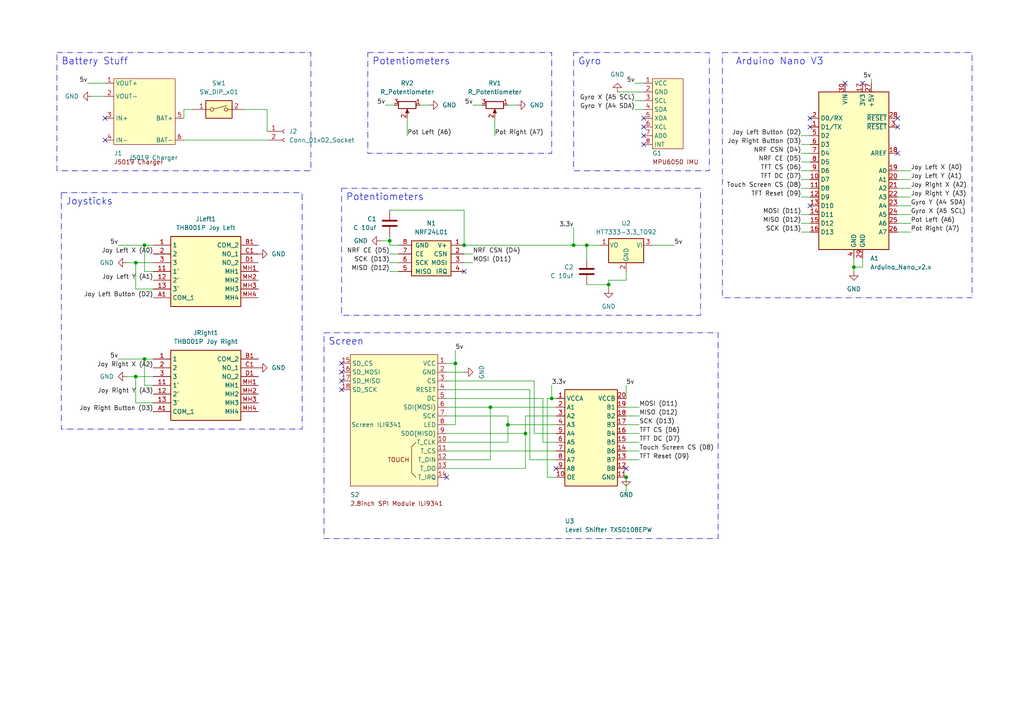
<source format=kicad_sch>
(kicad_sch (version 20230121) (generator eeschema)
  (paper "A4")
  (lib_symbols
    (symbol "Connector:Conn_01x02_Socket" (pin_names (offset 1.016) hide)
      (property "Reference" "J" (at 0 2.54 0))
      (property "Value" "Conn_01x02_Socket" (at 0 -5.08 0))
      (symbol "Conn_01x02_Socket_1_1"
        (arc (start 0 -2.032) (mid -0.5058 -2.54) (end 0 -3.048) (stroke (width 0.1524)))
        (polyline (pts (xy -1.27 -2.54) (xy -0.508 -2.54)) (stroke (width 0.1524)))
        (polyline (pts (xy -1.27 0) (xy -0.508 0)) (stroke (width 0.1524)))
        (arc (start 0 0.508) (mid -0.5058 0) (end 0 -0.508) (stroke (width 0.1524)))
        (pin passive line (at -5.08 0 0) (length 3.81) (name "Pin_1") (number "1"))
        (pin passive line (at -5.08 -2.54 0) (length 3.81) (name "Pin_2") (number "2"))
      )
    )
    (symbol "Connector_Generic:Conn_02x04_Counter_Clockwise" (pin_names (offset 1.016))
      (property "Reference" "N1" (at 4.445 8.89 0))
      (property "Value" "NRF24L01" (at 4.445 6.35 0))
      (symbol "Conn_02x04_Counter_Clockwise_1_1"
        (rectangle (start -1.27 3.81) (end 10.16 -6.35) (stroke (width 0.254)) (fill (type background)))
        (pin power_in line (at -5.08 2.54 0) (length 3.81) (name "V+") (number "1"))
        (pin input line (at -5.08 0 0) (length 3.81) (name "CSN") (number "2"))
        (pin input line (at -5.08 -2.54 0) (length 3.81) (name "MOSI") (number "3"))
        (pin input line (at -5.08 -5.08 0) (length 3.81) (name "IRQ") (number "4"))
        (pin input line (at 13.97 -5.08 180) (length 3.81) (name "MISO") (number "5"))
        (pin input line (at 13.97 -2.54 180) (length 3.81) (name "SCK") (number "6"))
        (pin input line (at 13.97 0 180) (length 3.81) (name "CE") (number "7"))
        (pin power_out line (at 13.97 2.54 180) (length 3.81) (name "GND") (number "8"))
      )
    )
    (symbol "Device:C" (pin_numbers hide) (pin_names (offset 0.254))
      (property "Reference" "C" (at 0.635 2.54 0))
      (property "Value" "C" (at 0.635 -2.54 0))
      (symbol "C_0_1"
        (polyline (pts (xy -2.032 -0.762) (xy 2.032 -0.762)) (stroke (width 0.508)))
        (polyline (pts (xy -2.032 0.762) (xy 2.032 0.762)) (stroke (width 0.508)))
      )
      (symbol "C_1_1"
        (pin passive line (at 0 3.81 270) (length 2.794) (name "~") (number "1"))
        (pin passive line (at 0 -3.81 90) (length 2.794) (name "~") (number "2"))
      )
    )
    (symbol "Device:R_Potentiometer" (pin_names (offset 1.016) hide)
      (property "Reference" "RV" (at -4.445 0 90))
      (property "Value" "R_Potentiometer" (at -2.54 0 90))
      (symbol "R_Potentiometer_0_1"
        (polyline (pts (xy 2.54 0) (xy 1.524 0)))
        (polyline (pts (xy 1.143 0) (xy 2.286 0.508) (xy 2.286 -0.508) (xy 1.143 0)) (fill (type outline)))
        (rectangle (start 1.016 2.54) (end -1.016 -2.54) (stroke (width 0.254)))
      )
      (symbol "R_Potentiometer_1_1"
        (pin passive line (at 0 3.81 270) (length 1.27) (name "1") (number "1"))
        (pin passive line (at 3.81 0 180) (length 1.27) (name "2") (number "2"))
        (pin passive line (at 0 -3.81 90) (length 1.27) (name "3") (number "3"))
      )
    )
    (symbol "Logic_LevelTranslator:TXS0108EPW"
      (property "Reference" "U3" (at -7.62 -25.4 0))
      (property "Value" "Level Shifter TXS0108EPW" (at -7.62 -27.94 0))
      (symbol "TXS0108EPW_0_1"
        (rectangle (start -7.62 12.7) (end 7.62 -15.24) (stroke (width 0.254)) (fill (type background)))
      )
      (symbol "TXS0108EPW_1_1"
        (pin power_in line (at -10.16 10.16 0) (length 2.54) (name "VCCA") (number "1"))
        (pin input line (at -10.16 -12.7 0) (length 2.54) (name "OE") (number "10"))
        (pin power_in line (at 10.16 -12.7 180) (length 2.54) (name "GND") (number "11"))
        (pin bidirectional line (at 10.16 -10.16 180) (length 2.54) (name "B8") (number "12"))
        (pin bidirectional line (at 10.16 -7.62 180) (length 2.54) (name "B7") (number "13"))
        (pin bidirectional line (at 10.16 -5.08 180) (length 2.54) (name "B6") (number "14"))
        (pin bidirectional line (at 10.16 -2.54 180) (length 2.54) (name "B5") (number "15"))
        (pin bidirectional line (at 10.16 0 180) (length 2.54) (name "B4") (number "16"))
        (pin bidirectional line (at 10.16 2.54 180) (length 2.54) (name "B3") (number "17"))
        (pin bidirectional line (at 10.16 5.08 180) (length 2.54) (name "B2") (number "18"))
        (pin bidirectional line (at 10.16 7.62 180) (length 2.54) (name "B1") (number "19"))
        (pin bidirectional line (at -10.16 7.62 0) (length 2.54) (name "A1") (number "2"))
        (pin power_in line (at 10.16 10.16 180) (length 2.54) (name "VCCB") (number "20"))
        (pin bidirectional line (at -10.16 5.08 0) (length 2.54) (name "A2") (number "3"))
        (pin bidirectional line (at -10.16 2.54 0) (length 2.54) (name "A3") (number "4"))
        (pin bidirectional line (at -10.16 0 0) (length 2.54) (name "A4") (number "5"))
        (pin bidirectional line (at -10.16 -2.54 0) (length 2.54) (name "A5") (number "6"))
        (pin bidirectional line (at -10.16 -5.08 0) (length 2.54) (name "A6") (number "7"))
        (pin bidirectional line (at -10.16 -7.62 0) (length 2.54) (name "A7") (number "8"))
        (pin bidirectional line (at -10.16 -10.16 0) (length 2.54) (name "A8") (number "9"))
      )
    )
    (symbol "MCU_Module:Arduino_Nano_v2.x"
      (property "Reference" "A1" (at 4.7341 -25.4 0))
      (property "Value" "Arduino_Nano_v2.x" (at 4.7341 -27.94 0))
      (symbol "Arduino_Nano_v2.x_0_1"
        (rectangle (start -10.16 22.86) (end 10.16 -22.86) (stroke (width 0.254)) (fill (type background)))
      )
      (symbol "Arduino_Nano_v2.x_1_1"
        (pin bidirectional line (at -12.7 12.7 0) (length 2.54) (name "D1/TX") (number "1"))
        (pin bidirectional line (at -12.7 -2.54 0) (length 2.54) (name "D7") (number "10"))
        (pin bidirectional line (at -12.7 -5.08 0) (length 2.54) (name "D8") (number "11"))
        (pin bidirectional line (at -12.7 -7.62 0) (length 2.54) (name "D9") (number "12"))
        (pin bidirectional line (at -12.7 -10.16 0) (length 2.54) (name "D10") (number "13"))
        (pin bidirectional line (at -12.7 -12.7 0) (length 2.54) (name "D11") (number "14"))
        (pin bidirectional line (at -12.7 -15.24 0) (length 2.54) (name "D12") (number "15"))
        (pin bidirectional line (at -12.7 -17.78 0) (length 2.54) (name "D13") (number "16"))
        (pin power_out line (at 2.54 25.4 270) (length 2.54) (name "3V3") (number "17"))
        (pin input line (at 12.7 5.08 180) (length 2.54) (name "AREF") (number "18"))
        (pin bidirectional line (at 12.7 0 180) (length 2.54) (name "A0") (number "19"))
        (pin bidirectional line (at -12.7 15.24 0) (length 2.54) (name "D0/RX") (number "2"))
        (pin bidirectional line (at 12.7 -2.54 180) (length 2.54) (name "A1") (number "20"))
        (pin bidirectional line (at 12.7 -5.08 180) (length 2.54) (name "A2") (number "21"))
        (pin bidirectional line (at 12.7 -7.62 180) (length 2.54) (name "A3") (number "22"))
        (pin bidirectional line (at 12.7 -10.16 180) (length 2.54) (name "A4") (number "23"))
        (pin bidirectional line (at 12.7 -12.7 180) (length 2.54) (name "A5") (number "24"))
        (pin bidirectional line (at 12.7 -15.24 180) (length 2.54) (name "A6") (number "25"))
        (pin bidirectional line (at 12.7 -17.78 180) (length 2.54) (name "A7") (number "26"))
        (pin power_in line (at 5.08 25.4 270) (length 2.54) (name "+5V") (number "27"))
        (pin input line (at 12.7 15.24 180) (length 2.54) (name "~{RESET}") (number "28"))
        (pin power_in line (at 2.54 -25.4 90) (length 2.54) (name "GND") (number "29"))
        (pin input line (at 12.7 12.7 180) (length 2.54) (name "~{RESET}") (number "3"))
        (pin power_in line (at -2.54 25.4 270) (length 2.54) (name "VIN") (number "30"))
        (pin power_in line (at 0 -25.4 90) (length 2.54) (name "GND") (number "4"))
        (pin bidirectional line (at -12.7 10.16 0) (length 2.54) (name "D2") (number "5"))
        (pin bidirectional line (at -12.7 7.62 0) (length 2.54) (name "D3") (number "6"))
        (pin bidirectional line (at -12.7 5.08 0) (length 2.54) (name "D4") (number "7"))
        (pin bidirectional line (at -12.7 2.54 0) (length 2.54) (name "D5") (number "8"))
        (pin bidirectional line (at -12.7 0 0) (length 2.54) (name "D6") (number "9"))
      )
    )
    (symbol "Modules:2.8inch_SPI_Module_ILI9341"
      (property "Reference" "S2" (at -7.62 -20.32 0))
      (symbol "2.8inch_SPI_Module_ILI9341_1_1"
        (rectangle (start -7.62 20.32) (end 17.78 -17.78) (fill (type background)))
        (polyline (pts (xy 11.43 -15.24) (xy 10.16 -13.97) (xy 10.16 -6.35) (xy 11.43 -5.08)))
        (text "2.8inch SPI Module ILI9341" (at -7.62 -22.86 0) (effects (font (size 1.27 1.27)) (justify left)))
        (text "TOUCH" (at 6.35 -10.16 0) (effects (font (size 1.27 1.27))))
        (pin power_in line (at 20.32 17.78 180) (length 2.54) (name "VCC") (number "1"))
        (pin input line (at 20.32 -5.08 180) (length 2.54) (name "T_CLK") (number "10"))
        (pin input line (at 20.32 -7.62 180) (length 2.54) (name "T_CS") (number "11"))
        (pin input line (at 20.32 -10.16 180) (length 2.54) (name "T_DIN") (number "12"))
        (pin input line (at 20.32 -12.7 180) (length 2.54) (name "T_DO") (number "13"))
        (pin input line (at 20.32 -15.24 180) (length 2.54) (name "T_IRQ") (number "14"))
        (pin output line (at -10.16 17.78 0) (length 2.54) (name "SD_CS") (number "15"))
        (pin output line (at -10.16 15.24 0) (length 2.54) (name "SD_MOSI") (number "16"))
        (pin output line (at -10.16 12.7 0) (length 2.54) (name "SD_MISO") (number "17"))
        (pin output line (at -10.16 10.16 0) (length 2.54) (name "SD_SCK") (number "18"))
        (pin power_in line (at 20.32 15.24 180) (length 2.54) (name "GND") (number "2"))
        (pin input line (at 20.32 12.7 180) (length 2.54) (name "CS") (number "3"))
        (pin input line (at 20.32 10.16 180) (length 2.54) (name "RESET") (number "4"))
        (pin input line (at 20.32 7.62 180) (length 2.54) (name "DC") (number "5"))
        (pin input line (at 20.32 5.08 180) (length 2.54) (name "SDI(MOSI)") (number "6"))
        (pin input line (at 20.32 2.54 180) (length 2.54) (name "SCK") (number "7"))
        (pin input line (at 20.32 0 180) (length 2.54) (name "LED") (number "8"))
        (pin input line (at 20.32 -2.54 180) (length 2.54) (name "SDO(MISO)") (number "9"))
      )
    )
    (symbol "Modules:J5019_Charger"
      (property "Reference" "J1" (at -10.16 1.27 0))
      (property "Value" "~" (at 0 0 0))
      (symbol "J5019_Charger_1_1"
        (rectangle (start -11.43 22.86) (end 6.35 3.81) (fill (type background)))
        (text "J5019 Charger" (at -11.43 -1.27 0) (effects (font (size 1.27 1.27)) (justify left)))
        (pin power_out line (at -13.97 21.59 0) (length 2.54) (name "VOUT+") (number "1"))
        (pin power_out line (at -13.97 17.78 0) (length 2.54) (name "VOUT-") (number "2"))
        (pin power_in line (at -13.97 11.43 0) (length 2.54) (name "IN+") (number "3"))
        (pin power_in line (at -13.97 5.08 0) (length 2.54) (name "IN-") (number "4"))
        (pin power_in line (at 8.89 11.43 180) (length 2.54) (name "BAT+") (number "5"))
        (pin power_in line (at 8.89 5.08 180) (length 2.54) (name "BAT-") (number "6"))
      )
    )
    (symbol "Modules:MPU6050_IMU"
      (property "Reference" "G1" (at -3.81 -10.16 0))
      (property "Value" "~" (at 0 0 0))
      (symbol "MPU6050_IMU_1_1"
        (rectangle (start -3.81 11.43) (end 5.08 -8.89) (fill (type background)))
        (text "MPU6050 IMU" (at -3.81 -12.7 0) (effects (font (size 1.27 1.27)) (justify left)))
        (pin power_in line (at -6.35 10.16 0) (length 2.54) (name "VCC") (number "1"))
        (pin power_in line (at -6.35 7.62 0) (length 2.54) (name "GND") (number "2"))
        (pin output line (at -6.35 5.08 0) (length 2.54) (name "SCL") (number "3"))
        (pin output line (at -6.35 2.54 0) (length 2.54) (name "SDA") (number "4"))
        (pin input line (at -6.35 0 0) (length 2.54) (name "XDA") (number "5"))
        (pin input line (at -6.35 -2.54 0) (length 2.54) (name "XCL") (number "6"))
        (pin input line (at -6.35 -5.08 0) (length 2.54) (name "AD0") (number "7"))
        (pin input line (at -6.35 -7.62 0) (length 2.54) (name "INT") (number "8"))
      )
    )
    (symbol "Regulator_Linear:LM2936-3.3_TO92" (pin_names (offset 0.254))
      (property "Reference" "U" (at -3.81 3.175 0))
      (property "Value" "LM2936-3.3_TO92" (at 0 3.175 0))
      (symbol "LM2936-3.3_TO92_0_1"
        (rectangle (start -5.08 -5.08) (end 5.08 1.905) (stroke (width 0.254)) (fill (type background)))
      )
      (symbol "LM2936-3.3_TO92_1_1"
        (pin power_out line (at 7.62 0 180) (length 2.54) (name "VO") (number "1"))
        (pin power_in line (at 0 -7.62 90) (length 2.54) (name "GND") (number "2"))
        (pin power_in line (at -7.62 0 0) (length 2.54) (name "VI") (number "3"))
      )
    )
    (symbol "Switch:SW_DIP_x01" (pin_names (offset 0) hide)
      (property "Reference" "SW" (at 0 3.81 0))
      (property "Value" "SW_DIP_x01" (at 0 -3.81 0))
      (symbol "SW_DIP_x01_0_0"
        (circle (center -2.032 0) (radius 0.508))
        (polyline (pts (xy -1.524 0.127) (xy 2.3622 1.1684)))
        (circle (center 2.032 0) (radius 0.508))
      )
      (symbol "SW_DIP_x01_0_1"
        (rectangle (start -3.81 2.54) (end 3.81 -2.54) (stroke (width 0.254)) (fill (type background)))
      )
      (symbol "SW_DIP_x01_1_1"
        (pin passive line (at -7.62 0 0) (length 5.08) (name "~") (number "1"))
        (pin passive line (at 7.62 0 180) (length 5.08) (name "~") (number "2"))
      )
    )
    (symbol "THB001P:THB001P"
      (property "Reference" "S" (at 26.67 7.62 0))
      (property "Value" "THB001P" (at 26.67 5.08 0))
      (symbol "THB001P_1_1"
        (rectangle (start 5.08 2.54) (end 25.4 -17.78) (stroke (width 0.254)) (fill (type background)))
        (pin passive line (at 0 0 0) (length 5.08) (name "1") (number "1"))
        (pin passive line (at 0 -7.62 0) (length 5.08) (name "1'") (number "11"))
        (pin passive line (at 0 -10.16 0) (length 5.08) (name "2'") (number "12"))
        (pin passive line (at 0 -12.7 0) (length 5.08) (name "3'") (number "13"))
        (pin passive line (at 0 -2.54 0) (length 5.08) (name "2") (number "2"))
        (pin passive line (at 0 -5.08 0) (length 5.08) (name "3") (number "3"))
        (pin passive line (at 0 -15.24 0) (length 5.08) (name "COM_1") (number "A1"))
        (pin passive line (at 30.48 0 180) (length 5.08) (name "COM_2") (number "B1"))
        (pin passive line (at 30.48 -2.54 180) (length 5.08) (name "NO_1") (number "C1"))
        (pin passive line (at 30.48 -5.08 180) (length 5.08) (name "NO_2") (number "D1"))
        (pin passive line (at 30.48 -7.62 180) (length 5.08) (name "MH1") (number "MH1"))
        (pin passive line (at 30.48 -10.16 180) (length 5.08) (name "MH2") (number "MH2"))
        (pin passive line (at 30.48 -12.7 180) (length 5.08) (name "MH3") (number "MH3"))
        (pin passive line (at 30.48 -15.24 180) (length 5.08) (name "MH4") (number "MH4"))
      )
    )
    (symbol "power:GND" (power) (pin_names (offset 0))
      (property "Value" "GND" (at 0 -3.81 0))
      (symbol "GND_0_1"
        (polyline (pts (xy 0 0) (xy 0 -1.27) (xy 1.27 -1.27) (xy 0 -2.54) (xy -1.27 -1.27) (xy 0 -1.27)))
      )
      (symbol "GND_1_1"
        (pin power_in line (at 0 0 270) (length 0) hide (name "GND") (number "1"))
      )
    )
  )
  (junction (at 147.32 123.19))
  (junction (at 170.18 71.12))
  (junction (at 39.37 76.2))
  (junction (at 181.61 138.43))
  (junction (at 247.65 77.47))
  (junction (at 132.08 105.41))
  (junction (at 176.53 82.55))
  (junction (at 41.91 71.12))
  (junction (at 142.24 118.11))
  (junction (at 166.37 71.12))
  (junction (at 113.03 69.85))
  (junction (at 134.62 71.12))
  (junction (at 39.37 109.22))
  (junction (at 152.4 125.73))
  (junction (at 160.02 115.57))
  (junction (at 41.91 104.14))
  (no_connect (at 30.48 34.29))
  (no_connect (at 181.61 135.89))
  (no_connect (at 30.48 40.64))
  (no_connect (at 260.35 36.83))
  (no_connect (at 186.69 34.29))
  (no_connect (at 234.95 34.29))
  (no_connect (at 245.11 24.13))
  (no_connect (at 234.95 36.83))
  (no_connect (at 129.54 138.43))
  (no_connect (at 260.35 44.45))
  (no_connect (at 186.69 39.37))
  (no_connect (at 186.69 41.91))
  (no_connect (at 260.35 34.29))
  (no_connect (at 99.06 105.41))
  (no_connect (at 99.06 107.95))
  (no_connect (at 161.29 135.89))
  (no_connect (at 134.62 78.74))
  (no_connect (at 99.06 113.03))
  (no_connect (at 234.95 59.69))
  (no_connect (at 250.19 24.13))
  (no_connect (at 99.06 110.49))
  (no_connect (at 186.69 36.83))
  (wire (pts (xy 232.41 62.23) (xy 234.95 62.23)))
  (wire (pts (xy 247.65 77.47) (xy 250.19 77.47)))
  (wire (pts (xy 55.88 31.75) (xy 53.34 31.75)))
  (wire (pts (xy 111.76 30.48) (xy 114.3 30.48)))
  (wire (pts (xy 41.91 104.14) (xy 41.91 111.76)))
  (wire (pts (xy 132.08 101.6) (xy 132.08 105.41)))
  (wire (pts (xy 152.4 120.65) (xy 161.29 120.65)))
  (wire (pts (xy 44.45 83.82) (xy 39.37 83.82)))
  (wire (pts (xy 170.18 71.12) (xy 166.37 71.12)))
  (wire (pts (xy 113.03 69.85) (xy 110.49 69.85)))
  (wire (pts (xy 71.12 31.75) (xy 77.47 31.75)))
  (wire (pts (xy 179.07 26.67) (xy 186.69 26.67)))
  (wire (pts (xy 176.53 82.55) (xy 176.53 81.28)))
  (wire (pts (xy 149.86 30.48) (xy 147.32 30.48)))
  (wire (pts (xy 113.03 68.58) (xy 113.03 69.85)))
  (wire (pts (xy 232.41 52.07) (xy 234.95 52.07)))
  (wire (pts (xy 232.41 57.15) (xy 234.95 57.15)))
  (wire (pts (xy 115.57 71.12) (xy 113.03 71.12)))
  (wire (pts (xy 34.29 71.12) (xy 41.91 71.12)))
  (wire (pts (xy 77.47 40.64) (xy 53.34 40.64)))
  (wire (pts (xy 232.41 39.37) (xy 234.95 39.37)))
  (wire (pts (xy 250.19 74.93) (xy 250.19 77.47)))
  (wire (pts (xy 30.48 27.94) (xy 26.67 27.94)))
  (wire (pts (xy 232.41 54.61) (xy 234.95 54.61)))
  (wire (pts (xy 44.45 111.76) (xy 41.91 111.76)))
  (wire (pts (xy 185.42 125.73) (xy 181.61 125.73)))
  (wire (pts (xy 181.61 81.28) (xy 181.61 78.74)))
  (wire (pts (xy 129.54 135.89) (xy 152.4 135.89)))
  (wire (pts (xy 264.16 67.31) (xy 260.35 67.31)))
  (wire (pts (xy 158.75 115.57) (xy 160.02 115.57)))
  (wire (pts (xy 41.91 104.14) (xy 44.45 104.14)))
  (wire (pts (xy 134.62 107.95) (xy 129.54 107.95)))
  (wire (pts (xy 166.37 71.12) (xy 134.62 71.12)))
  (wire (pts (xy 154.94 110.49) (xy 129.54 110.49)))
  (wire (pts (xy 44.45 116.84) (xy 39.37 116.84)))
  (wire (pts (xy 160.02 111.76) (xy 160.02 115.57)))
  (wire (pts (xy 264.16 49.53) (xy 260.35 49.53)))
  (wire (pts (xy 157.48 128.27) (xy 161.29 128.27)))
  (wire (pts (xy 41.91 71.12) (xy 44.45 71.12)))
  (wire (pts (xy 129.54 130.81) (xy 161.29 130.81)))
  (wire (pts (xy 147.32 123.19) (xy 161.29 123.19)))
  (wire (pts (xy 152.4 125.73) (xy 152.4 120.65)))
  (wire (pts (xy 44.45 78.74) (xy 41.91 78.74)))
  (wire (pts (xy 160.02 115.57) (xy 161.29 115.57)))
  (wire (pts (xy 247.65 78.74) (xy 247.65 77.47)))
  (wire (pts (xy 232.41 67.31) (xy 234.95 67.31)))
  (wire (pts (xy 184.15 31.75) (xy 186.69 31.75)))
  (wire (pts (xy 41.91 71.12) (xy 41.91 78.74)))
  (wire (pts (xy 264.16 64.77) (xy 260.35 64.77)))
  (wire (pts (xy 232.41 49.53) (xy 234.95 49.53)))
  (wire (pts (xy 264.16 52.07) (xy 260.35 52.07)))
  (wire (pts (xy 184.15 29.21) (xy 186.69 29.21)))
  (wire (pts (xy 185.42 130.81) (xy 181.61 130.81)))
  (wire (pts (xy 39.37 76.2) (xy 44.45 76.2)))
  (wire (pts (xy 132.08 105.41) (xy 132.08 123.19)))
  (wire (pts (xy 129.54 128.27) (xy 147.32 128.27)))
  (wire (pts (xy 185.42 120.65) (xy 181.61 120.65)))
  (wire (pts (xy 25.4 24.13) (xy 30.48 24.13)))
  (wire (pts (xy 147.32 128.27) (xy 147.32 123.19)))
  (wire (pts (xy 181.61 111.76) (xy 181.61 115.57)))
  (wire (pts (xy 264.16 59.69) (xy 260.35 59.69)))
  (wire (pts (xy 137.16 30.48) (xy 139.7 30.48)))
  (wire (pts (xy 36.83 76.2) (xy 39.37 76.2)))
  (wire (pts (xy 185.42 128.27) (xy 181.61 128.27)))
  (wire (pts (xy 34.29 104.14) (xy 41.91 104.14)))
  (wire (pts (xy 129.54 125.73) (xy 152.4 125.73)))
  (wire (pts (xy 184.15 24.13) (xy 186.69 24.13)))
  (wire (pts (xy 39.37 76.2) (xy 39.37 83.82)))
  (wire (pts (xy 154.94 125.73) (xy 154.94 110.49)))
  (wire (pts (xy 181.61 138.43) (xy 181.61 143.51)))
  (wire (pts (xy 170.18 71.12) (xy 170.18 74.93)))
  (wire (pts (xy 232.41 46.99) (xy 234.95 46.99)))
  (wire (pts (xy 39.37 109.22) (xy 39.37 116.84)))
  (wire (pts (xy 232.41 41.91) (xy 234.95 41.91)))
  (wire (pts (xy 118.11 39.37) (xy 118.11 34.29)))
  (wire (pts (xy 153.67 133.35) (xy 161.29 133.35)))
  (wire (pts (xy 39.37 109.22) (xy 44.45 109.22)))
  (wire (pts (xy 166.37 66.04) (xy 166.37 71.12)))
  (wire (pts (xy 129.54 133.35) (xy 142.24 133.35)))
  (wire (pts (xy 137.16 73.66) (xy 134.62 73.66)))
  (wire (pts (xy 113.03 76.2) (xy 115.57 76.2)))
  (wire (pts (xy 53.34 31.75) (xy 53.34 34.29)))
  (wire (pts (xy 132.08 123.19) (xy 129.54 123.19)))
  (wire (pts (xy 36.83 109.22) (xy 39.37 109.22)))
  (wire (pts (xy 264.16 57.15) (xy 260.35 57.15)))
  (wire (pts (xy 195.58 71.12) (xy 189.23 71.12)))
  (wire (pts (xy 181.61 81.28) (xy 176.53 81.28)))
  (wire (pts (xy 185.42 123.19) (xy 181.61 123.19)))
  (wire (pts (xy 264.16 54.61) (xy 260.35 54.61)))
  (wire (pts (xy 143.51 39.37) (xy 143.51 34.29)))
  (wire (pts (xy 161.29 138.43) (xy 158.75 138.43)))
  (wire (pts (xy 158.75 138.43) (xy 158.75 115.57)))
  (wire (pts (xy 134.62 60.96) (xy 113.03 60.96)))
  (wire (pts (xy 129.54 120.65) (xy 147.32 120.65)))
  (wire (pts (xy 142.24 118.11) (xy 129.54 118.11)))
  (wire (pts (xy 137.16 76.2) (xy 134.62 76.2)))
  (wire (pts (xy 147.32 120.65) (xy 147.32 123.19)))
  (wire (pts (xy 173.99 71.12) (xy 170.18 71.12)))
  (wire (pts (xy 157.48 115.57) (xy 157.48 128.27)))
  (wire (pts (xy 232.41 44.45) (xy 234.95 44.45)))
  (wire (pts (xy 113.03 78.74) (xy 115.57 78.74)))
  (wire (pts (xy 161.29 125.73) (xy 154.94 125.73)))
  (wire (pts (xy 232.41 64.77) (xy 234.95 64.77)))
  (wire (pts (xy 113.03 69.85) (xy 113.03 71.12)))
  (wire (pts (xy 129.54 115.57) (xy 157.48 115.57)))
  (wire (pts (xy 152.4 135.89) (xy 152.4 125.73)))
  (wire (pts (xy 77.47 31.75) (xy 77.47 38.1)))
  (wire (pts (xy 153.67 113.03) (xy 153.67 133.35)))
  (wire (pts (xy 170.18 82.55) (xy 176.53 82.55)))
  (wire (pts (xy 129.54 113.03) (xy 153.67 113.03)))
  (wire (pts (xy 129.54 105.41) (xy 132.08 105.41)))
  (wire (pts (xy 264.16 62.23) (xy 260.35 62.23)))
  (wire (pts (xy 185.42 133.35) (xy 181.61 133.35)))
  (wire (pts (xy 247.65 77.47) (xy 247.65 74.93)))
  (wire (pts (xy 252.73 22.86) (xy 252.73 24.13)))
  (wire (pts (xy 185.42 118.11) (xy 181.61 118.11)))
  (wire (pts (xy 124.46 30.48) (xy 121.92 30.48)))
  (wire (pts (xy 176.53 83.82) (xy 176.53 82.55)))
  (wire (pts (xy 134.62 60.96) (xy 134.62 71.12)))
  (wire (pts (xy 113.03 73.66) (xy 115.57 73.66)))
  (wire (pts (xy 161.29 118.11) (xy 142.24 118.11)))
  (wire (pts (xy 142.24 133.35) (xy 142.24 118.11)))
  (rectangle (start 17.78 55.88) (end 87.63 124.46) (stroke (width 0) (type dash_dot)))
  (rectangle (start 166.37 15.24) (end 205.74 49.53) (stroke (width 0) (type dash_dot)))
  (rectangle (start 99.06 54.61) (end 203.2 91.44) (stroke (width 0) (type dash_dot)))
  (rectangle (start 16.51 15.24) (end 90.17 49.53) (stroke (width 0) (type dash_dot)))
  (rectangle (start 106.68 15.24) (end 160.02 44.45) (stroke (width 0) (type dash_dot)))
  (rectangle (start 93.98 96.52) (end 208.28 156.21) (stroke (width 0) (type dash_dot)))
  (rectangle (start 209.55 15.24) (end 281.94 86.36) (stroke (width 0) (type dash_dot)))
  (text "Screen" (at 95.25 100.33 0) (effects (font (size 2 2)) (justify left bottom)))
  (text "Potentiometers" (at 100.33 58.42 0) (effects (font (size 2 2)) (justify left bottom)))
  (text "Gyro" (at 167.64 19.05 0) (effects (font (size 2 2)) (justify left bottom)))
  (text "Potentiometers" (at 107.95 19.05 0) (effects (font (size 2 2)) (justify left bottom)))
  (text "Battery Stuff" (at 17.78 19.05 0) (effects (font (size 2 2)) (justify left bottom)))
  (text "Joysticks" (at 19.05 59.69 0) (effects (font (size 2 2)) (justify left bottom)))
  (text "Arduino Nano V3" (at 213.36 19.05 0) (effects (font (size 2 2)) (justify left bottom)))
  (label "Joy Left Y (A1)" (at 44.45 81.28 180))
  (label "TFT Reset (D9)" (at 185.42 133.35 0))
  (label "5v" (at 34.29 104.14 180))
  (label "MISO (D12)" (at 232.41 64.77 180))
  (label "3.3v" (at 160.02 111.76 0))
  (label "5v" (at 25.4 24.13 180))
  (label "Gyro X (A5 SCL)" (at 184.15 29.21 180))
  (label "Joy Right Button (D3)" (at 232.41 41.91 180))
  (label "TFT CS (D6)" (at 185.42 125.73 0))
  (label "Gyro Y (A4 SDA)" (at 184.15 31.75 180))
  (label "MOSI (D11)" (at 137.16 76.2 0))
  (label "5v" (at 111.76 30.48 180))
  (label "MISO (D12)" (at 113.03 78.74 180))
  (label "Joy Right Y (A3)" (at 44.45 114.3 180))
  (label "5v" (at 184.15 24.13 180))
  (label "NRF CE (D5)" (at 113.03 73.66 180))
  (label "5v" (at 252.73 22.86 180))
  (label "Joy Left Button (D2)" (at 44.45 86.36 180))
  (label "MOSI (D11)" (at 185.42 118.11 0))
  (label "Joy Right Y (A3)" (at 264.16 57.15 0))
  (label "Joy Left Y (A1)" (at 264.16 52.07 0))
  (label "Joy Left X (A0)" (at 264.16 49.53 0))
  (label "3.3v" (at 166.37 66.04 180))
  (label "5v" (at 181.61 111.76 0))
  (label "5v" (at 132.08 101.6 0))
  (label "Touch Screen CS (D8)" (at 185.42 130.81 0))
  (label "Pot Right (A7)" (at 143.51 39.37 0))
  (label "5v" (at 137.16 30.48 180))
  (label "5v" (at 195.58 71.12 0))
  (label "Joy Right Button (D3)" (at 44.45 119.38 180))
  (label "TFT CS (D6)" (at 232.41 49.53 180))
  (label "Joy Left X (A0)" (at 44.45 73.66 180))
  (label "NRF CE (D5)" (at 232.41 46.99 180))
  (label "5v" (at 34.29 71.12 180))
  (label "TFT Reset (D9)" (at 232.41 57.15 180))
  (label "NRF CSN (D4)" (at 232.41 44.45 180))
  (label "MISO (D12)" (at 185.42 120.65 0))
  (label "Gyro X (A5 SCL)" (at 264.16 62.23 0))
  (label "MOSI (D11)" (at 232.41 62.23 180))
  (label "Gyro Y (A4 SDA)" (at 264.16 59.69 0))
  (label "Pot Right (A7)" (at 264.16 67.31 0))
  (label "Pot Left (A6)" (at 118.11 39.37 0))
  (label "TFT DC (D7)" (at 185.42 128.27 0))
  (label "SCK (D13)" (at 232.41 67.31 180))
  (label "Joy Right X (A2)" (at 44.45 106.68 180))
  (label "Touch Screen CS (D8)" (at 232.41 54.61 180))
  (label "SCK (D13)" (at 185.42 123.19 0))
  (label "Pot Left (A6)" (at 264.16 64.77 0))
  (label "NRF CSN (D4)" (at 137.16 73.66 0))
  (label "TFT DC (D7)" (at 232.41 52.07 180))
  (label "SCK (D13)" (at 113.03 76.2 180))
  (label "Joy Left Button (D2)" (at 232.41 39.37 180))
  (label "Joy Right X (A2)" (at 264.16 54.61 0))
  (symbol (lib_id "Device:R_Potentiometer") (at 118.11 30.48 270) (unit 1)
    (property "Reference" "RV2" (at 118.11 24.13 90))
    (property "Value" "R_Potentiometer" (at 118.11 26.67 90))
    (property "Footprint" "Potentiometer_THT:Potentiometer_ACP_CA9-V10_Vertical" (effects hide))
  )
  (symbol (lib_id "Modules:MPU6050_IMU") (at 193.04 34.29 0) (unit 1)
    (property "Reference" "G1" (at 189.23 44.45 0) (effects (justify left)))
    (property "Value" "MPU6050 Gyroscope" (effects hide))
    (property "Footprint" "AddedFootprints:MPU6050 Gyroscope" (effects hide))
  )
  (symbol (lib_id "Device:R_Potentiometer") (at 143.51 30.48 270) (unit 1)
    (property "Reference" "RV1" (at 143.51 24.13 90))
    (property "Value" "R_Potentiometer" (at 143.51 26.67 90))
    (property "Footprint" "Potentiometer_THT:Potentiometer_ACP_CA9-V10_Vertical" (effects hide))
  )
  (symbol (lib_id "power:GND") (at 149.86 30.48 90) (unit 1)
    (property "Reference" "#PWR04" (effects hide))
    (property "Value" "GND" (at 153.67 30.48 90) (effects (justify right)))
  )
  (symbol (lib_id "power:GND") (at 36.83 109.22 270) (mirror x) (unit 1)
    (property "Reference" "#PWR017" (effects hide))
    (property "Value" "GND" (at 33.02 109.22 90) (effects (justify right)))
  )
  (symbol (lib_id "Device:C") (at 113.03 64.77 0) (mirror y) (unit 1)
    (property "Reference" "C1" (at 109.22 63.5 0) (effects (justify left)))
    (property "Value" "C 10uf" (at 109.22 66.04 0) (effects (justify left)))
    (property "Footprint" "Capacitor_THT:CP_Radial_D10.0mm_P5.00mm" (effects hide))
  )
  (symbol (lib_id "power:GND") (at 179.07 26.67 180) (unit 1)
    (property "Reference" "#PWR05" (effects hide))
    (property "Value" "GND" (at 179.07 21.59 0))
  )
  (symbol (lib_id "power:GND") (at 36.83 76.2 270) (mirror x) (unit 1)
    (property "Reference" "#PWR09" (effects hide))
    (property "Value" "GND" (at 33.02 76.2 90) (effects (justify right)))
  )
  (symbol (lib_id "power:GND") (at 110.49 69.85 270) (mirror x) (unit 1)
    (property "Reference" "#PWR013" (effects hide))
    (property "Value" "GND" (at 106.68 69.85 90) (effects (justify right)))
  )
  (symbol (lib_id "power:GND") (at 74.93 106.68 90) (mirror x) (unit 1)
    (property "Reference" "#PWR016" (effects hide))
    (property "Value" "GND" (at 78.74 106.68 90) (effects (justify right)))
  )
  (symbol (lib_id "power:GND") (at 247.65 78.74 0) (unit 1)
    (property "Reference" "#PWR02" (effects hide))
    (property "Value" "GND" (at 247.65 83.82 0))
  )
  (symbol (lib_id "Switch:SW_DIP_x01") (at 63.5 31.75 0) (unit 1)
    (property "Reference" "SW1" (at 63.5 24.13 0))
    (property "Value" "SW_DIP_x01" (at 63.5 26.67 0))
    (property "Footprint" "AddedFootprints:SPST Mini Toggle Switch 2 Pin 2 Position" (effects hide))
  )
  (symbol (lib_id "Connector_Generic:Conn_02x04_Counter_Clockwise") (at 129.54 73.66 0) (mirror y) (unit 1)
    (property "Reference" "N1" (at 125.095 64.77 0))
    (property "Value" "NRF24L01" (at 125.095 67.31 0))
    (property "Footprint" "AddedFootprints:NRF24L01+ Antenna" (effects hide))
  )
  (symbol (lib_id "THB001P:THB001P") (at 44.45 71.12 0) (unit 1)
    (property "Reference" "JLeft1" (at 59.69 63.5 0))
    (property "Value" "THB001P Joy Left" (at 59.69 66.04 0))
    (property "Footprint" "THB001P" (effects hide))
    (property "Datasheet" "https://www.ckswitches.com/media/2873/thb.pdf" (effects hide))
    (property "Height" "19.85" (effects hide))
    (property "Mouser Part Number" "611-THB001P" (effects hide))
    (property "Mouser Price/Stock" "https://www.mouser.co.uk/ProductDetail/CK/THB001P?qs=OlC7AqGiEDlMaVQ%2FEBrivA%3D%3D" (effects hide))
    (property "Manufacturer_Name" "C & K COMPONENTS" (effects hide))
    (property "Manufacturer_Part_Number" "THB001P" (effects hide))
  )
  (symbol (lib_id "MCU_Module:Arduino_Nano_v2.x") (at 247.65 49.53 0) (unit 1)
    (property "Reference" "A1" (at 252.3841 74.93 0) (effects (justify left)))
    (property "Value" "Arduino_Nano_v2.x" (at 252.3841 77.47 0) (effects (justify left)))
    (property "Footprint" "Module:Arduino_Nano" (effects hide))
    (property "Datasheet" "https://www.arduino.cc/en/uploads/Main/ArduinoNanoManual23.pdf" (effects hide))
  )
  (symbol (lib_id "THB001P:THB001P") (at 44.45 104.14 0) (unit 1)
    (property "Reference" "JRight1" (at 59.69 96.52 0))
    (property "Value" "THB001P Joy Right" (at 59.69 99.06 0))
    (property "Footprint" "THB001P" (effects hide))
    (property "Datasheet" "https://www.ckswitches.com/media/2873/thb.pdf" (effects hide))
    (property "Height" "19.85" (effects hide))
    (property "Mouser Part Number" "611-THB001P" (effects hide))
    (property "Mouser Price/Stock" "https://www.mouser.co.uk/ProductDetail/CK/THB001P?qs=OlC7AqGiEDlMaVQ%2FEBrivA%3D%3D" (effects hide))
    (property "Manufacturer_Name" "C & K COMPONENTS" (effects hide))
    (property "Manufacturer_Part_Number" "THB001P" (effects hide))
  )
  (symbol (lib_id "Modules:J5019_Charger") (at 44.45 45.72 0) (unit 1)
    (property "Reference" "J1" (at 34.29 44.45 0))
    (property "Value" "J5019 Charger" (at 44.45 45.72 0))
    (property "Footprint" "AddedFootprints:J5019 Charger" (effects hide))
  )
  (symbol (lib_id "power:GND") (at 176.53 83.82 0) (mirror y) (unit 1)
    (property "Reference" "#PWR012" (effects hide))
    (property "Value" "GND" (at 176.53 88.9 0))
  )
  (symbol (lib_id "power:GND") (at 181.61 138.43 0) (unit 1)
    (property "Reference" "#PWR015" (effects hide))
    (property "Value" "GND" (at 181.61 143.51 0))
  )
  (symbol (lib_id "Regulator_Linear:LM2936-3.3_TO92") (at 181.61 71.12 0) (mirror y) (unit 1)
    (property "Reference" "U2" (at 181.61 64.77 0))
    (property "Value" "HT7333-3.3_TO92" (at 181.61 67.31 0))
    (property "Footprint" "Package_TO_SOT_THT:TO-92_Inline" (effects hide))
    (property "Datasheet" "http://www.ti.com/lit/ds/symlink/lm2936.pdf" (effects hide))
  )
  (symbol (lib_id "Connector:Conn_01x02_Socket") (at 82.55 38.1 0) (unit 1)
    (property "Reference" "J2" (at 83.82 38.1 0) (effects (justify left)))
    (property "Value" "Conn_01x02_Socket" (at 83.82 40.64 0) (effects (justify left)))
    (property "Footprint" "Connector_PinSocket_1.27mm:PinSocket_1x02_P1.27mm_Vertical" (effects hide))
  )
  (symbol (lib_id "power:GND") (at 74.93 73.66 90) (mirror x) (unit 1)
    (property "Reference" "#PWR010" (effects hide))
    (property "Value" "GND" (at 78.74 73.66 90) (effects (justify right)))
  )
  (symbol (lib_id "power:GND") (at 134.62 107.95 90) (mirror x) (unit 1)
    (property "Reference" "#PWR014" (effects hide))
    (property "Value" "GND" (at 139.7 107.95 0))
  )
  (symbol (lib_id "power:GND") (at 26.67 27.94 270) (unit 1)
    (property "Reference" "#PWR01" (effects hide))
    (property "Value" "GND" (at 22.86 27.94 90) (effects (justify right)))
  )
  (symbol (lib_id "Logic_LevelTranslator:TXS0108EPW") (at 171.45 125.73 0) (unit 1)
    (property "Reference" "U3" (at 163.83 151.13 0) (effects (justify left)))
    (property "Value" "Level Shifter TXS0108EPW" (at 163.83 153.67 0) (effects (justify left)))
    (property "Footprint" "AddedFootprints:HW-221 Level Shifter" (effects hide))
  )
  (symbol (lib_id "power:GND") (at 124.46 30.48 90) (unit 1)
    (property "Reference" "#PWR03" (effects hide))
    (property "Value" "GND" (at 128.27 30.48 90) (effects (justify right)))
  )
  (symbol (lib_id "Modules:2.8inch_SPI_Module_ILI9341") (at 109.22 123.19 0) (unit 1)
    (property "Reference" "S2" (at 101.6 143.51 0) (effects (justify left)))
    (property "Value" "Screen ILI9341" (at 109.22 123.19 0))
    (property "Footprint" "AddedFootprints:3.5 Inch Screen SPI_Module_ILI9488" (effects hide))
  )
  (symbol (lib_id "Device:C") (at 170.18 78.74 0) (mirror y) (unit 1)
    (property "Reference" "C2" (at 166.37 77.47 0) (effects (justify left)))
    (property "Value" "C 10uf" (at 166.37 80.01 0) (effects (justify left)))
    (property "Footprint" "Capacitor_THT:CP_Radial_D10.0mm_P5.00mm" (effects hide))
  )
)
</source>
